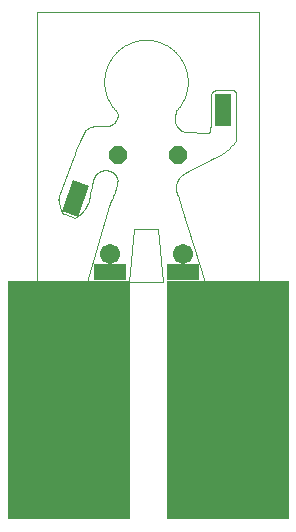
<source format=gbs>
G75*
%MOIN*%
%OFA0B0*%
%FSLAX25Y25*%
%IPPOS*%
%LPD*%
%AMOC8*
5,1,8,0,0,1.08239X$1,22.5*
%
%ADD10C,0.00000*%
%ADD11R,0.41000X0.79500*%
%ADD12OC8,0.06000*%
%ADD13R,0.05800X0.10800*%
%ADD14R,0.10800X0.05800*%
%ADD15C,0.06706*%
%ADD16C,0.06115*%
D10*
X0026000Y0086000D02*
X0026000Y0176000D01*
X0100000Y0176000D01*
X0100000Y0086000D01*
X0082000Y0086000D01*
X0074400Y0110500D01*
X0072900Y0115000D01*
X0072901Y0115000D02*
X0072836Y0115130D01*
X0072774Y0115261D01*
X0072717Y0115394D01*
X0072662Y0115529D01*
X0072612Y0115664D01*
X0072565Y0115802D01*
X0072521Y0115940D01*
X0072482Y0116079D01*
X0072446Y0116220D01*
X0072413Y0116361D01*
X0072385Y0116503D01*
X0072360Y0116646D01*
X0072340Y0116790D01*
X0072323Y0116934D01*
X0072309Y0117078D01*
X0072300Y0117223D01*
X0072295Y0117368D01*
X0072293Y0117513D01*
X0072295Y0117658D01*
X0072301Y0117802D01*
X0072311Y0117947D01*
X0072325Y0118091D01*
X0072343Y0118235D01*
X0072364Y0118379D01*
X0072390Y0118522D01*
X0072419Y0118664D01*
X0072452Y0118805D01*
X0072488Y0118945D01*
X0072529Y0119084D01*
X0072573Y0119222D01*
X0072620Y0119359D01*
X0072672Y0119495D01*
X0072726Y0119629D01*
X0072785Y0119762D01*
X0072847Y0119893D01*
X0072912Y0120022D01*
X0072981Y0120150D01*
X0073053Y0120276D01*
X0073129Y0120399D01*
X0073208Y0120521D01*
X0073290Y0120641D01*
X0073375Y0120758D01*
X0073463Y0120873D01*
X0073555Y0120986D01*
X0073649Y0121096D01*
X0073746Y0121203D01*
X0073846Y0121308D01*
X0073949Y0121411D01*
X0074054Y0121510D01*
X0074162Y0121607D01*
X0074273Y0121701D01*
X0074386Y0121791D01*
X0074501Y0121879D01*
X0074619Y0121964D01*
X0074739Y0122045D01*
X0074861Y0122123D01*
X0074985Y0122198D01*
X0075111Y0122270D01*
X0075239Y0122338D01*
X0075239Y0122339D02*
X0084966Y0127339D01*
X0082776Y0135728D02*
X0075900Y0136000D01*
X0075767Y0136016D01*
X0075634Y0136037D01*
X0075502Y0136062D01*
X0075371Y0136090D01*
X0075241Y0136123D01*
X0075112Y0136159D01*
X0074984Y0136199D01*
X0074857Y0136243D01*
X0074731Y0136291D01*
X0074607Y0136342D01*
X0074485Y0136397D01*
X0074364Y0136455D01*
X0074245Y0136518D01*
X0074128Y0136583D01*
X0074013Y0136652D01*
X0073900Y0136725D01*
X0073789Y0136800D01*
X0073681Y0136879D01*
X0073575Y0136961D01*
X0073471Y0137047D01*
X0073370Y0137135D01*
X0073272Y0137226D01*
X0073176Y0137320D01*
X0073083Y0137417D01*
X0072993Y0137517D01*
X0072907Y0137619D01*
X0072823Y0137724D01*
X0072742Y0137831D01*
X0072665Y0137941D01*
X0072590Y0138053D01*
X0072519Y0138167D01*
X0072452Y0138283D01*
X0072388Y0138401D01*
X0072328Y0138520D01*
X0072271Y0138642D01*
X0072218Y0138765D01*
X0072168Y0138890D01*
X0072122Y0139016D01*
X0072080Y0139143D01*
X0072042Y0139272D01*
X0072007Y0139402D01*
X0071977Y0139532D01*
X0071950Y0139664D01*
X0071927Y0139796D01*
X0071908Y0139929D01*
X0071893Y0140062D01*
X0071882Y0140196D01*
X0071875Y0140330D01*
X0071872Y0140464D01*
X0071873Y0140598D01*
X0071878Y0140733D01*
X0071887Y0140866D01*
X0071900Y0141000D01*
X0072160Y0143055D01*
X0084966Y0127338D02*
X0085328Y0127490D01*
X0085685Y0127651D01*
X0086039Y0127821D01*
X0086388Y0128000D01*
X0086733Y0128187D01*
X0087073Y0128382D01*
X0087409Y0128585D01*
X0087739Y0128797D01*
X0088064Y0129017D01*
X0088384Y0129244D01*
X0088698Y0129480D01*
X0089006Y0129722D01*
X0089308Y0129973D01*
X0089603Y0130230D01*
X0089893Y0130495D01*
X0090176Y0130767D01*
X0090452Y0131046D01*
X0090721Y0131331D01*
X0090983Y0131623D01*
X0091238Y0131921D01*
X0091486Y0132225D01*
X0091726Y0132535D01*
X0091959Y0132851D01*
X0092183Y0133172D01*
X0092400Y0133499D01*
X0092400Y0133500D02*
X0092400Y0148800D01*
X0091567Y0150000D02*
X0085914Y0150000D01*
X0085826Y0149998D01*
X0085739Y0149992D01*
X0085652Y0149983D01*
X0085565Y0149969D01*
X0085479Y0149952D01*
X0085394Y0149931D01*
X0085310Y0149907D01*
X0085227Y0149878D01*
X0085145Y0149846D01*
X0085065Y0149811D01*
X0084987Y0149772D01*
X0084910Y0149730D01*
X0084835Y0149684D01*
X0084762Y0149635D01*
X0084692Y0149583D01*
X0084624Y0149528D01*
X0084558Y0149470D01*
X0084495Y0149409D01*
X0084434Y0149346D01*
X0084377Y0149280D01*
X0084322Y0149211D01*
X0084271Y0149140D01*
X0084222Y0149067D01*
X0084177Y0148992D01*
X0084135Y0148915D01*
X0084097Y0148836D01*
X0084062Y0148756D01*
X0084031Y0148674D01*
X0084003Y0148591D01*
X0083979Y0148506D01*
X0083959Y0148421D01*
X0083942Y0148335D01*
X0083929Y0148248D01*
X0083920Y0148161D01*
X0083915Y0148073D01*
X0083914Y0147986D01*
X0083971Y0139000D01*
X0083739Y0136379D01*
X0083707Y0136319D01*
X0083672Y0136262D01*
X0083633Y0136206D01*
X0083592Y0136153D01*
X0083547Y0136102D01*
X0083500Y0136054D01*
X0083450Y0136009D01*
X0083397Y0135966D01*
X0083343Y0135927D01*
X0083286Y0135891D01*
X0083227Y0135858D01*
X0083166Y0135828D01*
X0083104Y0135802D01*
X0083040Y0135780D01*
X0082975Y0135761D01*
X0082909Y0135746D01*
X0082843Y0135735D01*
X0082776Y0135728D01*
X0092400Y0148800D02*
X0092372Y0148889D01*
X0092340Y0148976D01*
X0092305Y0149062D01*
X0092267Y0149147D01*
X0092225Y0149230D01*
X0092180Y0149311D01*
X0092132Y0149390D01*
X0092080Y0149468D01*
X0092026Y0149543D01*
X0091968Y0149616D01*
X0091908Y0149686D01*
X0091845Y0149755D01*
X0091779Y0149820D01*
X0091711Y0149883D01*
X0091640Y0149943D01*
X0091566Y0150000D01*
X0072159Y0143056D02*
X0072397Y0143299D01*
X0072628Y0143548D01*
X0072853Y0143802D01*
X0073072Y0144062D01*
X0073285Y0144328D01*
X0073491Y0144598D01*
X0073690Y0144873D01*
X0073882Y0145153D01*
X0074068Y0145438D01*
X0074247Y0145727D01*
X0074418Y0146020D01*
X0074582Y0146318D01*
X0074739Y0146619D01*
X0074889Y0146924D01*
X0075031Y0147233D01*
X0075166Y0147545D01*
X0075292Y0147861D01*
X0075412Y0148179D01*
X0075523Y0148500D01*
X0075626Y0148824D01*
X0075722Y0149150D01*
X0075809Y0149478D01*
X0075889Y0149809D01*
X0075960Y0150141D01*
X0076023Y0150475D01*
X0076079Y0150810D01*
X0076125Y0151147D01*
X0076164Y0151484D01*
X0076194Y0151823D01*
X0076217Y0152162D01*
X0076230Y0152502D01*
X0076236Y0152841D01*
X0076233Y0153181D01*
X0076222Y0153521D01*
X0076203Y0153860D01*
X0076175Y0154199D01*
X0076139Y0154537D01*
X0076095Y0154874D01*
X0076043Y0155210D01*
X0075982Y0155544D01*
X0075914Y0155877D01*
X0075837Y0156208D01*
X0075752Y0156537D01*
X0075659Y0156864D01*
X0075558Y0157188D01*
X0075450Y0157510D01*
X0075333Y0157830D01*
X0075209Y0158146D01*
X0075077Y0158459D01*
X0074937Y0158769D01*
X0074790Y0159075D01*
X0074636Y0159378D01*
X0074474Y0159677D01*
X0074305Y0159972D01*
X0074128Y0160262D01*
X0073945Y0160548D01*
X0073755Y0160830D01*
X0073558Y0161107D01*
X0073354Y0161379D01*
X0073144Y0161646D01*
X0072927Y0161907D01*
X0072704Y0162164D01*
X0072474Y0162415D01*
X0072239Y0162660D01*
X0071998Y0162899D01*
X0071751Y0163132D01*
X0071498Y0163360D01*
X0071240Y0163581D01*
X0070976Y0163795D01*
X0070708Y0164004D01*
X0070434Y0164205D01*
X0070156Y0164400D01*
X0069872Y0164588D01*
X0069585Y0164769D01*
X0069293Y0164943D01*
X0068997Y0165109D01*
X0068697Y0165269D01*
X0068393Y0165421D01*
X0068085Y0165566D01*
X0067774Y0165703D01*
X0067460Y0165832D01*
X0067143Y0165954D01*
X0066822Y0166068D01*
X0066500Y0166174D01*
X0066174Y0166272D01*
X0065846Y0166362D01*
X0065517Y0166444D01*
X0065185Y0166518D01*
X0064852Y0166584D01*
X0064517Y0166642D01*
X0064181Y0166692D01*
X0063843Y0166733D01*
X0063505Y0166766D01*
X0063166Y0166791D01*
X0062827Y0166808D01*
X0062487Y0166816D01*
X0062147Y0166816D01*
X0061807Y0166808D01*
X0061468Y0166791D01*
X0061129Y0166766D01*
X0060791Y0166733D01*
X0060453Y0166692D01*
X0060117Y0166642D01*
X0059782Y0166584D01*
X0059449Y0166518D01*
X0059117Y0166444D01*
X0058788Y0166362D01*
X0058460Y0166272D01*
X0058134Y0166174D01*
X0057812Y0166068D01*
X0057491Y0165954D01*
X0057174Y0165832D01*
X0056860Y0165703D01*
X0056549Y0165566D01*
X0056241Y0165421D01*
X0055937Y0165269D01*
X0055637Y0165109D01*
X0055341Y0164943D01*
X0055049Y0164769D01*
X0054762Y0164588D01*
X0054478Y0164400D01*
X0054200Y0164205D01*
X0053926Y0164004D01*
X0053658Y0163795D01*
X0053394Y0163581D01*
X0053136Y0163360D01*
X0052883Y0163132D01*
X0052636Y0162899D01*
X0052395Y0162660D01*
X0052160Y0162415D01*
X0051930Y0162164D01*
X0051707Y0161907D01*
X0051490Y0161646D01*
X0051280Y0161379D01*
X0051076Y0161107D01*
X0050879Y0160830D01*
X0050689Y0160548D01*
X0050506Y0160262D01*
X0050329Y0159972D01*
X0050160Y0159677D01*
X0049998Y0159378D01*
X0049844Y0159075D01*
X0049697Y0158769D01*
X0049557Y0158459D01*
X0049425Y0158146D01*
X0049301Y0157830D01*
X0049184Y0157510D01*
X0049076Y0157188D01*
X0048975Y0156864D01*
X0048882Y0156537D01*
X0048797Y0156208D01*
X0048720Y0155877D01*
X0048652Y0155544D01*
X0048591Y0155210D01*
X0048539Y0154874D01*
X0048495Y0154537D01*
X0048459Y0154199D01*
X0048431Y0153860D01*
X0048412Y0153521D01*
X0048401Y0153181D01*
X0048398Y0152841D01*
X0048404Y0152502D01*
X0048417Y0152162D01*
X0048440Y0151823D01*
X0048470Y0151484D01*
X0048509Y0151147D01*
X0048555Y0150810D01*
X0048611Y0150475D01*
X0048674Y0150141D01*
X0048745Y0149809D01*
X0048825Y0149478D01*
X0048912Y0149150D01*
X0049008Y0148824D01*
X0049111Y0148500D01*
X0049222Y0148179D01*
X0049342Y0147861D01*
X0049468Y0147545D01*
X0049603Y0147233D01*
X0049745Y0146924D01*
X0049895Y0146619D01*
X0050052Y0146318D01*
X0050216Y0146020D01*
X0050387Y0145727D01*
X0050566Y0145438D01*
X0050752Y0145153D01*
X0050944Y0144873D01*
X0051143Y0144598D01*
X0051349Y0144328D01*
X0051562Y0144062D01*
X0051781Y0143802D01*
X0052006Y0143548D01*
X0052237Y0143299D01*
X0052475Y0143056D01*
X0052475Y0143055D02*
X0052900Y0142000D01*
X0052898Y0141874D01*
X0052892Y0141749D01*
X0052882Y0141624D01*
X0052868Y0141499D01*
X0052851Y0141374D01*
X0052829Y0141250D01*
X0052804Y0141127D01*
X0052774Y0141005D01*
X0052741Y0140884D01*
X0052704Y0140764D01*
X0052664Y0140645D01*
X0052619Y0140528D01*
X0052571Y0140411D01*
X0052519Y0140297D01*
X0052464Y0140184D01*
X0052405Y0140073D01*
X0052343Y0139964D01*
X0052277Y0139857D01*
X0052208Y0139752D01*
X0052136Y0139649D01*
X0052061Y0139548D01*
X0051982Y0139450D01*
X0051900Y0139355D01*
X0051816Y0139262D01*
X0051728Y0139172D01*
X0051638Y0139084D01*
X0051545Y0139000D01*
X0051450Y0138918D01*
X0051352Y0138839D01*
X0051251Y0138764D01*
X0051148Y0138692D01*
X0051043Y0138623D01*
X0050936Y0138557D01*
X0050827Y0138495D01*
X0050716Y0138436D01*
X0050603Y0138381D01*
X0050489Y0138329D01*
X0050372Y0138281D01*
X0050255Y0138236D01*
X0050136Y0138196D01*
X0050016Y0138159D01*
X0049895Y0138126D01*
X0049773Y0138096D01*
X0049650Y0138071D01*
X0049526Y0138049D01*
X0049401Y0138032D01*
X0049276Y0138018D01*
X0049151Y0138008D01*
X0049026Y0138002D01*
X0048900Y0138000D01*
X0046023Y0138000D01*
X0042001Y0136521D02*
X0040363Y0133075D01*
X0042001Y0136520D02*
X0042098Y0136620D01*
X0042198Y0136716D01*
X0042300Y0136809D01*
X0042406Y0136900D01*
X0042513Y0136987D01*
X0042623Y0137072D01*
X0042736Y0137153D01*
X0042851Y0137231D01*
X0042968Y0137305D01*
X0043087Y0137376D01*
X0043208Y0137444D01*
X0043331Y0137508D01*
X0043455Y0137569D01*
X0043582Y0137626D01*
X0043710Y0137680D01*
X0043839Y0137729D01*
X0043970Y0137775D01*
X0044102Y0137818D01*
X0044236Y0137856D01*
X0044370Y0137891D01*
X0044505Y0137922D01*
X0044641Y0137948D01*
X0044778Y0137971D01*
X0044915Y0137990D01*
X0045053Y0138005D01*
X0045192Y0138017D01*
X0045330Y0138024D01*
X0045469Y0138027D01*
X0045607Y0138026D01*
X0045746Y0138021D01*
X0045884Y0138012D01*
X0046023Y0138000D01*
X0038426Y0128242D02*
X0033400Y0114929D01*
X0038674Y0107522D02*
X0038879Y0107640D01*
X0039081Y0107762D01*
X0039280Y0107890D01*
X0039477Y0108022D01*
X0039669Y0108159D01*
X0039859Y0108300D01*
X0040045Y0108446D01*
X0040227Y0108597D01*
X0040406Y0108751D01*
X0040581Y0108910D01*
X0040752Y0109074D01*
X0040919Y0109241D01*
X0041082Y0109412D01*
X0041241Y0109587D01*
X0041396Y0109766D01*
X0041546Y0109949D01*
X0041692Y0110135D01*
X0041833Y0110325D01*
X0041970Y0110517D01*
X0042102Y0110714D01*
X0042229Y0110913D01*
X0042352Y0111115D01*
X0042469Y0111320D01*
X0042582Y0111528D01*
X0042689Y0111739D01*
X0042792Y0111952D01*
X0042889Y0112168D01*
X0042981Y0112386D01*
X0043068Y0112605D01*
X0043149Y0112827D01*
X0043225Y0113051D01*
X0043296Y0113277D01*
X0043361Y0113504D01*
X0043421Y0113733D01*
X0043475Y0113963D01*
X0043524Y0114195D01*
X0043567Y0114427D01*
X0043604Y0114661D01*
X0043636Y0114895D01*
X0043662Y0115130D01*
X0043683Y0115366D01*
X0043697Y0115602D01*
X0043707Y0115838D01*
X0043706Y0115838D02*
X0044200Y0117800D01*
X0044800Y0120300D01*
X0044835Y0120423D01*
X0044875Y0120545D01*
X0044918Y0120666D01*
X0044965Y0120785D01*
X0045016Y0120903D01*
X0045070Y0121019D01*
X0045128Y0121134D01*
X0045189Y0121247D01*
X0045254Y0121357D01*
X0045322Y0121466D01*
X0045394Y0121573D01*
X0045468Y0121677D01*
X0045546Y0121779D01*
X0045627Y0121878D01*
X0045711Y0121975D01*
X0045798Y0122070D01*
X0045888Y0122161D01*
X0045981Y0122250D01*
X0046076Y0122336D01*
X0046174Y0122419D01*
X0046274Y0122499D01*
X0046377Y0122576D01*
X0046482Y0122649D01*
X0046590Y0122719D01*
X0046699Y0122786D01*
X0046811Y0122850D01*
X0046924Y0122910D01*
X0047039Y0122966D01*
X0047156Y0123019D01*
X0047275Y0123068D01*
X0047394Y0123114D01*
X0047516Y0123156D01*
X0047638Y0123194D01*
X0047762Y0123229D01*
X0047886Y0123259D01*
X0048012Y0123286D01*
X0048138Y0123309D01*
X0048265Y0123328D01*
X0048392Y0123343D01*
X0048520Y0123354D01*
X0048648Y0123361D01*
X0048777Y0123364D01*
X0048905Y0123363D01*
X0049033Y0123358D01*
X0049161Y0123350D01*
X0049289Y0123337D01*
X0049416Y0123320D01*
X0049543Y0123300D01*
X0049669Y0123276D01*
X0049794Y0123247D01*
X0049918Y0123215D01*
X0050041Y0123179D01*
X0050163Y0123140D01*
X0050284Y0123096D01*
X0050403Y0123049D01*
X0050521Y0122998D01*
X0050637Y0122944D01*
X0050752Y0122886D01*
X0050864Y0122825D01*
X0050975Y0122760D01*
X0051084Y0122691D01*
X0051190Y0122620D01*
X0051294Y0122545D01*
X0051396Y0122467D01*
X0051496Y0122386D01*
X0051593Y0122302D01*
X0051687Y0122215D01*
X0051778Y0122125D01*
X0051867Y0122032D01*
X0051953Y0121937D01*
X0052036Y0121839D01*
X0052115Y0121738D01*
X0052192Y0121635D01*
X0052265Y0121530D01*
X0052336Y0121423D01*
X0052402Y0121313D01*
X0052466Y0121202D01*
X0052526Y0121088D01*
X0052582Y0120973D01*
X0052635Y0120856D01*
X0052684Y0120737D01*
X0052730Y0120617D01*
X0052771Y0120496D01*
X0052809Y0120374D01*
X0052844Y0120250D01*
X0052874Y0120125D01*
X0052901Y0120000D01*
X0038426Y0128242D02*
X0038499Y0128583D01*
X0038581Y0128922D01*
X0038671Y0129260D01*
X0038769Y0129595D01*
X0038875Y0129927D01*
X0038989Y0130257D01*
X0039111Y0130584D01*
X0039241Y0130908D01*
X0039378Y0131229D01*
X0039524Y0131546D01*
X0039677Y0131860D01*
X0039837Y0132170D01*
X0040005Y0132476D01*
X0040180Y0132778D01*
X0040363Y0133075D01*
X0052900Y0120000D02*
X0052798Y0119404D01*
X0052682Y0118811D01*
X0052551Y0118221D01*
X0052406Y0117635D01*
X0052247Y0117052D01*
X0052074Y0116473D01*
X0051887Y0115898D01*
X0051686Y0115328D01*
X0051471Y0114764D01*
X0051242Y0114204D01*
X0051000Y0113651D01*
X0050745Y0113103D01*
X0050476Y0112562D01*
X0050195Y0112027D01*
X0049900Y0111500D01*
X0042500Y0086000D01*
X0026000Y0086000D01*
X0035359Y0108622D02*
X0038674Y0107522D01*
X0035359Y0108622D02*
X0035280Y0108647D01*
X0035202Y0108675D01*
X0035125Y0108707D01*
X0035050Y0108743D01*
X0034977Y0108782D01*
X0034905Y0108824D01*
X0034836Y0108870D01*
X0034768Y0108919D01*
X0034704Y0108971D01*
X0034641Y0109025D01*
X0034581Y0109083D01*
X0034524Y0109143D01*
X0034470Y0109206D01*
X0034418Y0109271D01*
X0034370Y0109339D01*
X0034325Y0109409D01*
X0034283Y0109480D01*
X0034244Y0109554D01*
X0034209Y0109629D01*
X0034178Y0109706D01*
X0034150Y0109784D01*
X0034125Y0109864D01*
X0034105Y0109944D01*
X0034088Y0110026D01*
X0033400Y0112280D01*
X0033400Y0112279D02*
X0033358Y0112390D01*
X0033320Y0112501D01*
X0033286Y0112614D01*
X0033255Y0112728D01*
X0033229Y0112843D01*
X0033205Y0112959D01*
X0033186Y0113075D01*
X0033171Y0113192D01*
X0033159Y0113309D01*
X0033151Y0113427D01*
X0033147Y0113545D01*
X0033147Y0113663D01*
X0033151Y0113781D01*
X0033159Y0113899D01*
X0033171Y0114016D01*
X0033186Y0114133D01*
X0033205Y0114249D01*
X0033229Y0114365D01*
X0033255Y0114480D01*
X0033286Y0114594D01*
X0033320Y0114707D01*
X0033358Y0114818D01*
X0033400Y0114929D01*
X0058380Y0103622D02*
X0056500Y0086000D01*
X0068000Y0086000D01*
X0066254Y0103622D01*
X0058380Y0103622D01*
D11*
X0036500Y0046750D03*
X0089500Y0046750D03*
D12*
X0072900Y0128500D03*
X0052900Y0128500D03*
D13*
G36*
X0039778Y0107934D02*
X0034328Y0109918D01*
X0038022Y0120066D01*
X0043472Y0118082D01*
X0039778Y0107934D01*
G37*
X0087900Y0143500D03*
D14*
X0074600Y0089600D03*
X0050300Y0089600D03*
D15*
X0050300Y0095500D03*
X0074500Y0095500D03*
D16*
X0074500Y0022000D03*
X0050300Y0022000D03*
M02*

</source>
